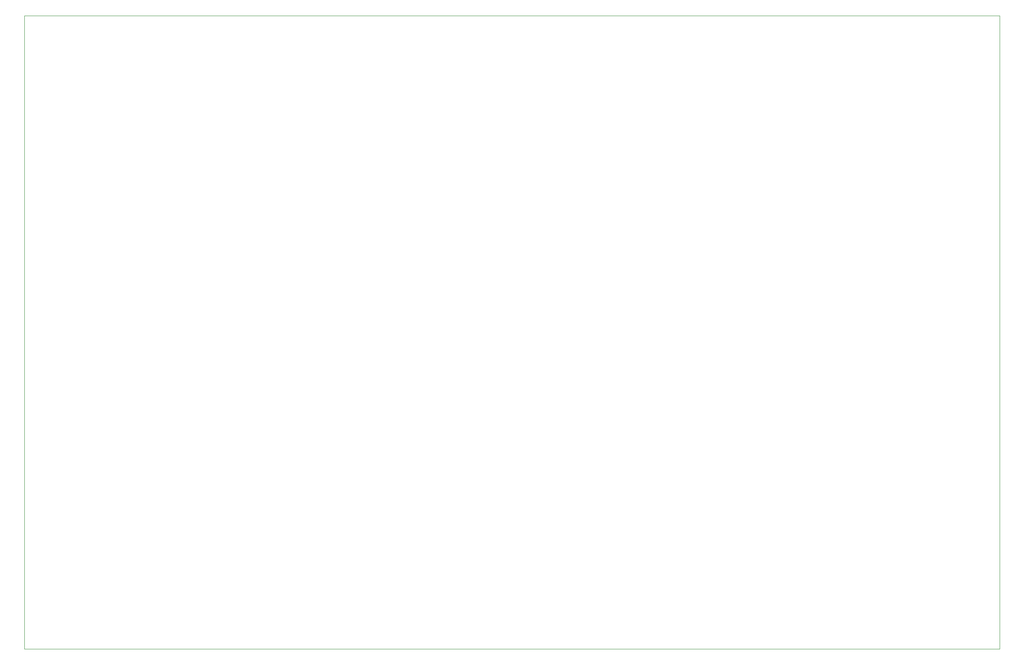
<source format=gbr>
%TF.GenerationSoftware,KiCad,Pcbnew,9.0.6-9.0.6~ubuntu24.04.1*%
%TF.CreationDate,2025-12-02T17:26:17+01:00*%
%TF.ProjectId,HVAC_STM32F7_PCB,48564143-5f53-4544-9d33-3246375f5043,rev?*%
%TF.SameCoordinates,Original*%
%TF.FileFunction,Profile,NP*%
%FSLAX46Y46*%
G04 Gerber Fmt 4.6, Leading zero omitted, Abs format (unit mm)*
G04 Created by KiCad (PCBNEW 9.0.6-9.0.6~ubuntu24.04.1) date 2025-12-02 17:26:17*
%MOMM*%
%LPD*%
G01*
G04 APERTURE LIST*
%TA.AperFunction,Profile*%
%ADD10C,0.038100*%
%TD*%
G04 APERTURE END LIST*
D10*
X31000000Y-31000000D02*
X231000000Y-31000000D01*
X231000000Y-161000000D01*
X31000000Y-161000000D01*
X31000000Y-31000000D01*
M02*

</source>
